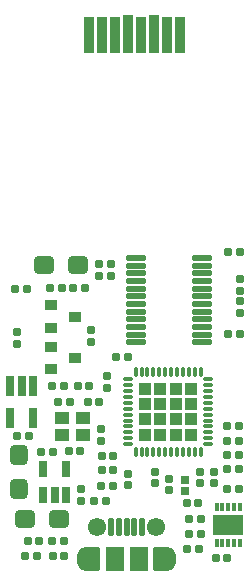
<source format=gts>
%TF.GenerationSoftware,KiCad,Pcbnew,6.0.6*%
%TF.CreationDate,2022-08-23T18:22:02-07:00*%
%TF.ProjectId,SDWire,53445769-7265-42e6-9b69-6361645f7063,1.4 r1*%
%TF.SameCoordinates,Original*%
%TF.FileFunction,Soldermask,Top*%
%TF.FilePolarity,Negative*%
%FSLAX46Y46*%
G04 Gerber Fmt 4.6, Leading zero omitted, Abs format (unit mm)*
G04 Created by KiCad (PCBNEW 6.0.6) date 2022-08-23 18:22:02*
%MOMM*%
%LPD*%
G01*
G04 APERTURE LIST*
G04 Aperture macros list*
%AMRoundRect*
0 Rectangle with rounded corners*
0 $1 Rounding radius*
0 $2 $3 $4 $5 $6 $7 $8 $9 X,Y pos of 4 corners*
0 Add a 4 corners polygon primitive as box body*
4,1,4,$2,$3,$4,$5,$6,$7,$8,$9,$2,$3,0*
0 Add four circle primitives for the rounded corners*
1,1,$1+$1,$2,$3*
1,1,$1+$1,$4,$5*
1,1,$1+$1,$6,$7*
1,1,$1+$1,$8,$9*
0 Add four rect primitives between the rounded corners*
20,1,$1+$1,$2,$3,$4,$5,0*
20,1,$1+$1,$4,$5,$6,$7,0*
20,1,$1+$1,$6,$7,$8,$9,0*
20,1,$1+$1,$8,$9,$2,$3,0*%
G04 Aperture macros list end*
%ADD10RoundRect,0.190000X0.170000X-0.140000X0.170000X0.140000X-0.170000X0.140000X-0.170000X-0.140000X0*%
%ADD11RoundRect,0.190000X0.140000X0.170000X-0.140000X0.170000X-0.140000X-0.170000X0.140000X-0.170000X0*%
%ADD12RoundRect,0.190000X-0.140000X-0.170000X0.140000X-0.170000X0.140000X0.170000X-0.140000X0.170000X0*%
%ADD13RoundRect,0.300000X0.537500X0.425000X-0.537500X0.425000X-0.537500X-0.425000X0.537500X-0.425000X0*%
%ADD14RoundRect,0.190000X-0.170000X0.140000X-0.170000X-0.140000X0.170000X-0.140000X0.170000X0.140000X0*%
%ADD15RoundRect,0.300000X-0.425000X0.537500X-0.425000X-0.537500X0.425000X-0.537500X0.425000X0.537500X0*%
%ADD16RoundRect,0.197500X-0.147500X-0.172500X0.147500X-0.172500X0.147500X0.172500X-0.147500X0.172500X0*%
%ADD17RoundRect,0.050000X-0.400000X-1.450000X0.400000X-1.450000X0.400000X1.450000X-0.400000X1.450000X0*%
%ADD18RoundRect,0.050000X-0.400000X-1.600000X0.400000X-1.600000X0.400000X1.600000X-0.400000X1.600000X0*%
%ADD19RoundRect,0.050000X-0.200000X-0.675000X0.200000X-0.675000X0.200000X0.675000X-0.200000X0.675000X0*%
%ADD20RoundRect,0.050000X-0.600000X-0.950000X0.600000X-0.950000X0.600000X0.950000X-0.600000X0.950000X0*%
%ADD21C,1.550000*%
%ADD22O,1.300000X2.000000*%
%ADD23RoundRect,0.050000X-0.750000X-0.950000X0.750000X-0.950000X0.750000X0.950000X-0.750000X0.950000X0*%
%ADD24RoundRect,0.050000X-0.450000X-0.400000X0.450000X-0.400000X0.450000X0.400000X-0.450000X0.400000X0*%
%ADD25RoundRect,0.185000X0.185000X-0.135000X0.185000X0.135000X-0.185000X0.135000X-0.185000X-0.135000X0*%
%ADD26RoundRect,0.185000X-0.135000X-0.185000X0.135000X-0.185000X0.135000X0.185000X-0.135000X0.185000X0*%
%ADD27RoundRect,0.185000X-0.185000X0.135000X-0.185000X-0.135000X0.185000X-0.135000X0.185000X0.135000X0*%
%ADD28RoundRect,0.185000X0.135000X0.185000X-0.135000X0.185000X-0.135000X-0.185000X0.135000X-0.185000X0*%
%ADD29RoundRect,0.050000X0.125000X-0.350000X0.125000X0.350000X-0.125000X0.350000X-0.125000X-0.350000X0*%
%ADD30RoundRect,0.050000X0.350000X0.125000X-0.350000X0.125000X-0.350000X-0.125000X0.350000X-0.125000X0*%
%ADD31RoundRect,0.050000X0.500000X-0.500000X0.500000X0.500000X-0.500000X0.500000X-0.500000X-0.500000X0*%
%ADD32RoundRect,0.050000X0.150000X-0.325000X0.150000X0.325000X-0.150000X0.325000X-0.150000X-0.325000X0*%
%ADD33RoundRect,0.050000X1.240000X-0.775000X1.240000X0.775000X-1.240000X0.775000X-1.240000X-0.775000X0*%
%ADD34RoundRect,0.050000X-0.325000X0.780000X-0.325000X-0.780000X0.325000X-0.780000X0.325000X0.780000X0*%
%ADD35RoundRect,0.050000X-0.800000X0.175000X-0.800000X-0.175000X0.800000X-0.175000X0.800000X0.175000X0*%
%ADD36RoundRect,0.200000X0.150000X-0.512500X0.150000X0.512500X-0.150000X0.512500X-0.150000X-0.512500X0*%
%ADD37RoundRect,0.197500X0.147500X0.172500X-0.147500X0.172500X-0.147500X-0.172500X0.147500X-0.172500X0*%
%ADD38RoundRect,0.050000X-0.575000X-0.500000X0.575000X-0.500000X0.575000X0.500000X-0.575000X0.500000X0*%
%ADD39RoundRect,0.197500X0.172500X-0.147500X0.172500X0.147500X-0.172500X0.147500X-0.172500X-0.147500X0*%
G04 APERTURE END LIST*
D10*
X143357600Y-126680000D03*
X143357600Y-125720000D03*
D11*
X144030000Y-117000000D03*
X143070000Y-117000000D03*
D12*
X142320000Y-122500000D03*
X143280000Y-122500000D03*
D11*
X142380000Y-118300000D03*
X141420000Y-118300000D03*
X146030000Y-122900000D03*
X145070000Y-122900000D03*
D12*
X155720000Y-121600000D03*
X156680000Y-121600000D03*
X155720000Y-122800000D03*
X156680000Y-122800000D03*
D13*
X141442300Y-128219200D03*
X138567300Y-128219200D03*
D12*
X139970000Y-122529600D03*
X140930000Y-122529600D03*
D14*
X147300000Y-124420000D03*
X147300000Y-125380000D03*
D11*
X147280000Y-114500000D03*
X146320000Y-114500000D03*
D15*
X138047300Y-122782226D03*
X138047300Y-125657226D03*
D11*
X144853600Y-118364000D03*
X143893600Y-118364000D03*
D14*
X150800000Y-124820000D03*
X150800000Y-125780000D03*
D12*
X155720000Y-120400000D03*
X156680000Y-120400000D03*
D10*
X154600000Y-125180000D03*
X154600000Y-124220000D03*
X153400000Y-125180000D03*
X153400000Y-124220000D03*
D12*
X152320000Y-130800000D03*
X153280000Y-130800000D03*
X152270000Y-126900000D03*
X153230000Y-126900000D03*
D11*
X155680000Y-131500000D03*
X154720000Y-131500000D03*
X138910000Y-121208800D03*
X137950000Y-121208800D03*
D14*
X144145000Y-112245200D03*
X144145000Y-113205200D03*
D13*
X143037500Y-106700000D03*
X140162500Y-106700000D03*
D16*
X155715000Y-125679200D03*
X156685000Y-125679200D03*
D17*
X144000000Y-87280000D03*
X145100000Y-87280000D03*
X146200000Y-87280000D03*
D18*
X147300000Y-87130000D03*
D17*
X148400000Y-87280000D03*
D18*
X149500000Y-87130000D03*
D17*
X150600000Y-87280000D03*
X151700000Y-87280000D03*
D16*
X140912300Y-130094726D03*
X141882300Y-130094726D03*
X142665000Y-108700000D03*
X143635000Y-108700000D03*
D19*
X145900000Y-128941100D03*
X146550000Y-128941100D03*
X147200000Y-128941100D03*
X147850000Y-128941100D03*
X148500000Y-128941100D03*
D20*
X150100000Y-131641100D03*
D21*
X144700000Y-128941100D03*
X149700000Y-128941100D03*
D22*
X150700000Y-131641100D03*
D20*
X144300000Y-131641100D03*
D23*
X148200000Y-131641100D03*
D22*
X143700000Y-131641100D03*
D23*
X146200000Y-131641100D03*
D24*
X140800000Y-110150000D03*
X140800000Y-112050000D03*
X142800000Y-111100000D03*
X140800000Y-113650000D03*
X140800000Y-115550000D03*
X142800000Y-114600000D03*
D25*
X145500000Y-117160000D03*
X145500000Y-116140000D03*
D26*
X144422400Y-126695200D03*
X145442400Y-126695200D03*
D27*
X144983200Y-120597200D03*
X144983200Y-121617200D03*
D28*
X146060000Y-125400000D03*
X145040000Y-125400000D03*
D26*
X155690000Y-124000000D03*
X156710000Y-124000000D03*
D28*
X153510000Y-129500000D03*
X152490000Y-129500000D03*
X153510000Y-128200000D03*
X152490000Y-128200000D03*
D26*
X140740000Y-108700000D03*
X141760000Y-108700000D03*
X140840000Y-117000000D03*
X141860000Y-117000000D03*
D29*
X147950000Y-122550000D03*
X148450000Y-122550000D03*
X148950000Y-122550000D03*
X149450000Y-122550000D03*
X149950000Y-122550000D03*
X150450000Y-122550000D03*
X150950000Y-122550000D03*
X151450000Y-122550000D03*
X151950000Y-122550000D03*
X152450000Y-122550000D03*
X152950000Y-122550000D03*
X153450000Y-122550000D03*
D30*
X154100000Y-121900000D03*
X154100000Y-121400000D03*
X154100000Y-120900000D03*
X154100000Y-120400000D03*
X154100000Y-119900000D03*
X154100000Y-119400000D03*
X154100000Y-118900000D03*
X154100000Y-118400000D03*
X154100000Y-117900000D03*
X154100000Y-117400000D03*
X154100000Y-116900000D03*
X154100000Y-116400000D03*
D29*
X153450000Y-115750000D03*
X152950000Y-115750000D03*
X152450000Y-115750000D03*
X151950000Y-115750000D03*
X151450000Y-115750000D03*
X150950000Y-115750000D03*
X150450000Y-115750000D03*
X149950000Y-115750000D03*
X149450000Y-115750000D03*
X148950000Y-115750000D03*
X148450000Y-115750000D03*
X147950000Y-115750000D03*
D30*
X147300000Y-116400000D03*
X147300000Y-116900000D03*
X147300000Y-117400000D03*
X147300000Y-117900000D03*
X147300000Y-118400000D03*
X147300000Y-118900000D03*
X147300000Y-119400000D03*
X147300000Y-119900000D03*
X147300000Y-120400000D03*
X147300000Y-120900000D03*
X147300000Y-121400000D03*
X147300000Y-121900000D03*
D31*
X151343750Y-119793750D03*
X148768750Y-121081250D03*
X151343750Y-117218750D03*
X150056250Y-118506250D03*
X148768750Y-119793750D03*
X152631250Y-119793750D03*
X148768750Y-118506250D03*
X152631250Y-118506250D03*
X151343750Y-118506250D03*
X151343750Y-121081250D03*
X152631250Y-117218750D03*
X148768750Y-117218750D03*
X150056250Y-119793750D03*
X150056250Y-117218750D03*
X150056250Y-121081250D03*
X152631250Y-121081250D03*
D32*
X154800000Y-130300000D03*
X155300000Y-130300000D03*
X155800000Y-130300000D03*
X156300000Y-130300000D03*
X156800000Y-130300000D03*
X156800000Y-127200000D03*
X156300000Y-127200000D03*
X155800000Y-127200000D03*
X155300000Y-127200000D03*
X154800000Y-127200000D03*
D33*
X155800000Y-128750000D03*
D34*
X139250000Y-116950000D03*
X138300000Y-116950000D03*
X137350000Y-116950000D03*
X137350000Y-119650000D03*
X139250000Y-119650000D03*
D35*
X148000000Y-106125000D03*
X148000000Y-106775000D03*
X148000000Y-107425000D03*
X148000000Y-108075000D03*
X148000000Y-108725000D03*
X148000000Y-109375000D03*
X148000000Y-110025000D03*
X148000000Y-110675000D03*
X148000000Y-111325000D03*
X148000000Y-111975000D03*
X148000000Y-112625000D03*
X148000000Y-113275000D03*
X153600000Y-113275000D03*
X153600000Y-112625000D03*
X153600000Y-111975000D03*
X153600000Y-111325000D03*
X153600000Y-110675000D03*
X153600000Y-110025000D03*
X153600000Y-109375000D03*
X153600000Y-108725000D03*
X153600000Y-108075000D03*
X153600000Y-107425000D03*
X153600000Y-106775000D03*
X153600000Y-106125000D03*
D36*
X140147300Y-126232226D03*
X141097300Y-126232226D03*
X142047300Y-126232226D03*
X142047300Y-123957226D03*
X140147300Y-123957226D03*
D28*
X139610000Y-131400000D03*
X138590000Y-131400000D03*
D25*
X156800000Y-110810000D03*
X156800000Y-109790000D03*
D27*
X156800000Y-107890000D03*
X156800000Y-108910000D03*
D16*
X140915000Y-131400000D03*
X141885000Y-131400000D03*
D37*
X156785000Y-112600000D03*
X155815000Y-112600000D03*
X156785000Y-105600000D03*
X155815000Y-105600000D03*
D38*
X141725000Y-121100000D03*
X143475000Y-121100000D03*
X143475000Y-119700000D03*
X141725000Y-119700000D03*
D27*
X137920000Y-112430000D03*
X137920000Y-113450000D03*
D28*
X138750000Y-108760000D03*
X137730000Y-108760000D03*
D39*
X152100000Y-125885000D03*
X152100000Y-124915000D03*
D14*
X149600000Y-124220000D03*
X149600000Y-125180000D03*
D11*
X146030000Y-124100000D03*
X145070000Y-124100000D03*
X139777300Y-130094726D03*
X138817300Y-130094726D03*
D10*
X145846800Y-107617200D03*
X145846800Y-106657200D03*
D25*
X144830800Y-107647200D03*
X144830800Y-106627200D03*
M02*

</source>
